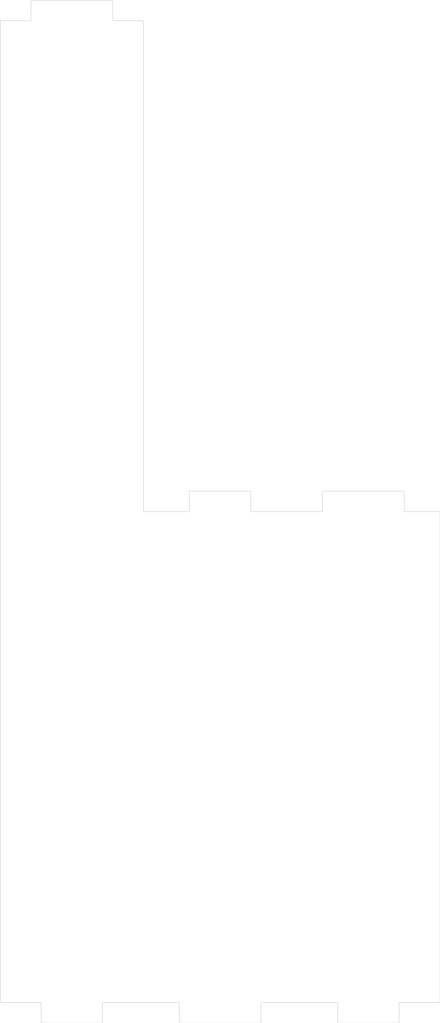
<source format=kicad_pcb>
(kicad_pcb (version 20171130) (host pcbnew 5.1.5+dfsg1-2build2)

  (general
    (thickness 1.6)
    (drawings 30)
    (tracks 0)
    (zones 0)
    (modules 0)
    (nets 1)
  )

  (page A4)
  (layers
    (0 F.Cu signal)
    (31 B.Cu signal)
    (32 B.Adhes user)
    (33 F.Adhes user)
    (34 B.Paste user)
    (35 F.Paste user)
    (36 B.SilkS user)
    (37 F.SilkS user)
    (38 B.Mask user)
    (39 F.Mask user)
    (40 Dwgs.User user)
    (41 Cmts.User user)
    (42 Eco1.User user)
    (43 Eco2.User user)
    (44 Edge.Cuts user)
    (45 Margin user)
    (46 B.CrtYd user)
    (47 F.CrtYd user)
    (48 B.Fab user)
    (49 F.Fab user)
  )

  (setup
    (last_trace_width 0.25)
    (trace_clearance 0.2)
    (zone_clearance 0.508)
    (zone_45_only no)
    (trace_min 0.2)
    (via_size 0.8)
    (via_drill 0.4)
    (via_min_size 0.4)
    (via_min_drill 0.3)
    (uvia_size 0.3)
    (uvia_drill 0.1)
    (uvias_allowed no)
    (uvia_min_size 0.2)
    (uvia_min_drill 0.1)
    (edge_width 0.05)
    (segment_width 0.2)
    (pcb_text_width 0.3)
    (pcb_text_size 1.5 1.5)
    (mod_edge_width 0.12)
    (mod_text_size 1 1)
    (mod_text_width 0.15)
    (pad_size 1.524 1.524)
    (pad_drill 0.762)
    (pad_to_mask_clearance 0.051)
    (solder_mask_min_width 0.25)
    (aux_axis_origin 0 0)
    (visible_elements FFFFFF7F)
    (pcbplotparams
      (layerselection 0x010fc_ffffffff)
      (usegerberextensions false)
      (usegerberattributes false)
      (usegerberadvancedattributes false)
      (creategerberjobfile false)
      (excludeedgelayer true)
      (linewidth 0.100000)
      (plotframeref false)
      (viasonmask false)
      (mode 1)
      (useauxorigin false)
      (hpglpennumber 1)
      (hpglpenspeed 20)
      (hpglpendiameter 15.000000)
      (psnegative false)
      (psa4output false)
      (plotreference true)
      (plotvalue true)
      (plotinvisibletext false)
      (padsonsilk false)
      (subtractmaskfromsilk false)
      (outputformat 1)
      (mirror false)
      (drillshape 1)
      (scaleselection 1)
      (outputdirectory ""))
  )

  (net 0 "")

  (net_class Default "This is the default net class."
    (clearance 0.2)
    (trace_width 0.25)
    (via_dia 0.8)
    (via_drill 0.4)
    (uvia_dia 0.3)
    (uvia_drill 0.1)
  )

  (gr_line (start 104 22) (end 104 70) (layer Edge.Cuts) (width 0.05))
  (gr_line (start 104 22) (end 101 22) (layer Edge.Cuts) (width 0.05) (tstamp 65FFF930))
  (gr_line (start 129.5 68) (end 121.5 68) (layer Edge.Cuts) (width 0.05) (tstamp 65FFF851))
  (gr_line (start 108.5 70) (end 104 70) (layer Edge.Cuts) (width 0.05) (tstamp 65FFF850))
  (gr_line (start 101 20) (end 93 20) (layer Edge.Cuts) (width 0.05) (tstamp 65FFF84F))
  (gr_line (start 93 22) (end 90 22) (layer Edge.Cuts) (width 0.05) (tstamp 65FFF84E))
  (gr_line (start 101 22) (end 101 20) (layer Edge.Cuts) (width 0.05) (tstamp 65FFF84D))
  (gr_line (start 129.5 70) (end 129.5 68) (layer Edge.Cuts) (width 0.05) (tstamp 65FFF84C))
  (gr_line (start 93 20) (end 93 22) (layer Edge.Cuts) (width 0.05) (tstamp 65FFF84B))
  (gr_line (start 108.5 68) (end 108.5 70) (layer Edge.Cuts) (width 0.05) (tstamp 65FFF84A))
  (gr_line (start 114.5 70) (end 114.5 68) (layer Edge.Cuts) (width 0.05) (tstamp 65FFF849))
  (gr_line (start 129.5 70) (end 133 70) (layer Edge.Cuts) (width 0.05) (tstamp 65FFF848))
  (gr_line (start 121.5 68) (end 121.5 70) (layer Edge.Cuts) (width 0.05) (tstamp 65FFF847))
  (gr_line (start 114.5 68) (end 108.5 68) (layer Edge.Cuts) (width 0.05) (tstamp 65FFF846))
  (gr_line (start 121.5 70) (end 114.5 70) (layer Edge.Cuts) (width 0.05) (tstamp 65FFF845))
  (gr_line (start 133 118) (end 133 70) (layer Edge.Cuts) (width 0.05) (tstamp 65FFF4D4))
  (gr_line (start 129 118) (end 133 118) (layer Edge.Cuts) (width 0.05) (tstamp 65FFF4D1))
  (gr_line (start 129 120) (end 129 118) (layer Edge.Cuts) (width 0.05) (tstamp 65FFF4A6))
  (gr_line (start 123 120) (end 129 120) (layer Edge.Cuts) (width 0.05) (tstamp 65FFF49A))
  (gr_line (start 123 118) (end 123 120) (layer Edge.Cuts) (width 0.05) (tstamp 65FFF4A0))
  (gr_line (start 115.5 118) (end 123 118) (layer Edge.Cuts) (width 0.05) (tstamp 65FFF497))
  (gr_line (start 115.5 120) (end 115.5 118) (layer Edge.Cuts) (width 0.05) (tstamp 65FFFC72))
  (gr_line (start 107.5 120) (end 115.5 120) (layer Edge.Cuts) (width 0.05) (tstamp 65FFFC78))
  (gr_line (start 107.5 118) (end 107.5 120) (layer Edge.Cuts) (width 0.05) (tstamp 65FFFC75))
  (gr_line (start 100 118) (end 107.5 118) (layer Edge.Cuts) (width 0.05) (tstamp 65FFF4BB))
  (gr_line (start 100 120) (end 100 118) (layer Edge.Cuts) (width 0.05) (tstamp 65FFF4B5))
  (gr_line (start 94 120) (end 100 120) (layer Edge.Cuts) (width 0.05) (tstamp 65FFF494))
  (gr_line (start 94 118) (end 94 120) (layer Edge.Cuts) (width 0.05) (tstamp 65FFF4A3))
  (gr_line (start 94 118) (end 90 118) (layer Edge.Cuts) (width 0.05) (tstamp 65FFF4B2))
  (gr_line (start 90 22) (end 90 118) (layer Edge.Cuts) (width 0.05) (tstamp 65FFF491))

)

</source>
